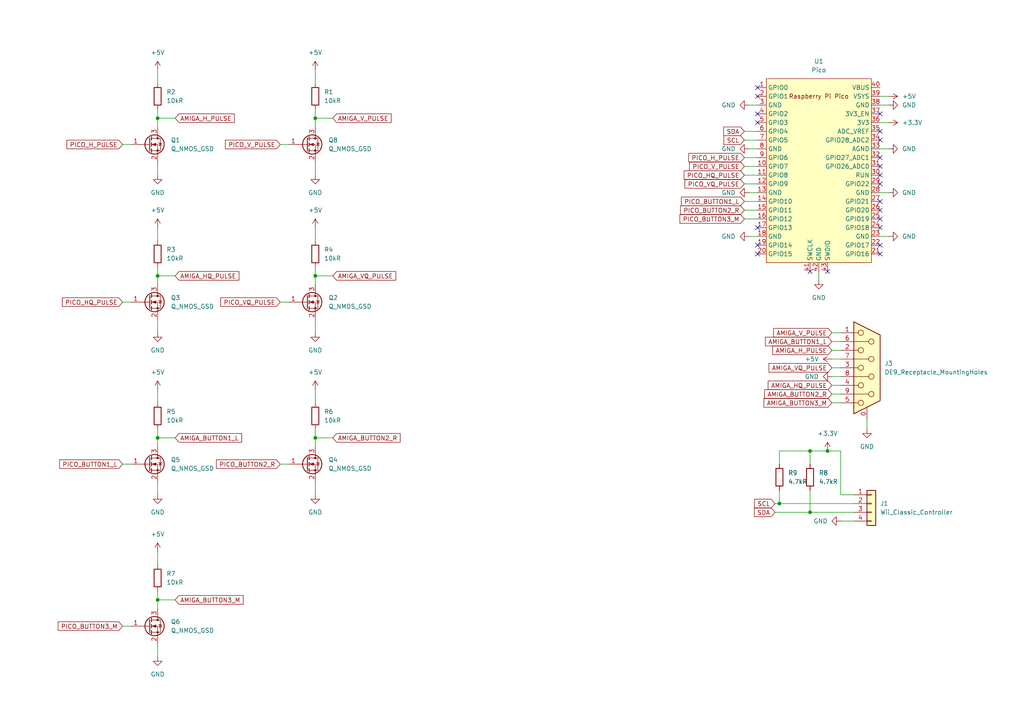
<source format=kicad_sch>
(kicad_sch (version 20230121) (generator eeschema)
  (paper "A4")
  (lib_symbols
    (symbol "Connector:DE9_Receptacle_MountingHoles" (pin_names (offset 1.016) hide)
      (property "Reference" "J" (at 0 16.51 0))
      (property "Value" "DE9_Receptacle_MountingHoles" (at 0 14.605 0))
      (symbol "DE9_Receptacle_MountingHoles_0_1"
        (circle (center -1.778 -10.16) (radius 0.762))
        (circle (center -1.778 -5.08) (radius 0.762))
        (circle (center -1.778 0) (radius 0.762))
        (circle (center -1.778 5.08) (radius 0.762))
        (circle (center -1.778 10.16) (radius 0.762))
        (polyline (pts (xy -3.81 -10.16) (xy -2.54 -10.16)))
        (polyline (pts (xy -3.81 -7.62) (xy 0.508 -7.62)))
        (polyline (pts (xy -3.81 -5.08) (xy -2.54 -5.08)))
        (polyline (pts (xy -3.81 -2.54) (xy 0.508 -2.54)))
        (polyline (pts (xy -3.81 0) (xy -2.54 0)))
        (polyline (pts (xy -3.81 2.54) (xy 0.508 2.54)))
        (polyline (pts (xy -3.81 5.08) (xy -2.54 5.08)))
        (polyline (pts (xy -3.81 7.62) (xy 0.508 7.62)))
        (polyline (pts (xy -3.81 10.16) (xy -2.54 10.16)))
        (polyline (pts (xy -3.81 13.335) (xy -3.81 -13.335) (xy 3.81 -9.525) (xy 3.81 9.525) (xy -3.81 13.335)) (stroke (width 0.254)) (fill (type background)))
        (circle (center 1.27 -7.62) (radius 0.762))
        (circle (center 1.27 -2.54) (radius 0.762))
        (circle (center 1.27 2.54) (radius 0.762))
        (circle (center 1.27 7.62) (radius 0.762))
      )
      (symbol "DE9_Receptacle_MountingHoles_1_1"
        (pin passive line (at 0 -15.24 90) (length 3.81) (name "PAD") (number "0"))
        (pin passive line (at -7.62 10.16 0) (length 3.81) (name "1") (number "1"))
        (pin passive line (at -7.62 5.08 0) (length 3.81) (name "2") (number "2"))
        (pin passive line (at -7.62 0 0) (length 3.81) (name "3") (number "3"))
        (pin passive line (at -7.62 -5.08 0) (length 3.81) (name "4") (number "4"))
        (pin passive line (at -7.62 -10.16 0) (length 3.81) (name "5") (number "5"))
        (pin passive line (at -7.62 7.62 0) (length 3.81) (name "6") (number "6"))
        (pin passive line (at -7.62 2.54 0) (length 3.81) (name "7") (number "7"))
        (pin passive line (at -7.62 -2.54 0) (length 3.81) (name "8") (number "8"))
        (pin passive line (at -7.62 -7.62 0) (length 3.81) (name "9") (number "9"))
      )
    )
    (symbol "Connector_Generic:Conn_01x04" (pin_names (offset 1.016) hide)
      (property "Reference" "J" (at 0 5.08 0))
      (property "Value" "Conn_01x04" (at 0 -7.62 0))
      (symbol "Conn_01x04_1_1"
        (rectangle (start -1.27 -4.953) (end 0 -5.207) (stroke (width 0.1524)))
        (rectangle (start -1.27 -2.413) (end 0 -2.667) (stroke (width 0.1524)))
        (rectangle (start -1.27 0.127) (end 0 -0.127) (stroke (width 0.1524)))
        (rectangle (start -1.27 2.667) (end 0 2.413) (stroke (width 0.1524)))
        (rectangle (start -1.27 3.81) (end 1.27 -6.35) (stroke (width 0.254)) (fill (type background)))
        (pin passive line (at -5.08 2.54 0) (length 3.81) (name "Pin_1") (number "1"))
        (pin passive line (at -5.08 0 0) (length 3.81) (name "Pin_2") (number "2"))
        (pin passive line (at -5.08 -2.54 0) (length 3.81) (name "Pin_3") (number "3"))
        (pin passive line (at -5.08 -5.08 0) (length 3.81) (name "Pin_4") (number "4"))
      )
    )
    (symbol "Device:Q_NMOS_GSD" (pin_names (offset 0) hide)
      (property "Reference" "Q" (at 5.08 1.27 0))
      (property "Value" "Q_NMOS_GSD" (at 5.08 -1.27 0))
      (symbol "Q_NMOS_GSD_0_1"
        (polyline (pts (xy 0.254 0) (xy -2.54 0)))
        (polyline (pts (xy 0.254 1.905) (xy 0.254 -1.905)) (stroke (width 0.254)))
        (polyline (pts (xy 0.762 -1.27) (xy 0.762 -2.286)) (stroke (width 0.254)))
        (polyline (pts (xy 0.762 0.508) (xy 0.762 -0.508)) (stroke (width 0.254)))
        (polyline (pts (xy 0.762 2.286) (xy 0.762 1.27)) (stroke (width 0.254)))
        (polyline (pts (xy 2.54 2.54) (xy 2.54 1.778)))
        (polyline (pts (xy 2.54 -2.54) (xy 2.54 0) (xy 0.762 0)))
        (polyline (pts (xy 0.762 -1.778) (xy 3.302 -1.778) (xy 3.302 1.778) (xy 0.762 1.778)))
        (polyline (pts (xy 1.016 0) (xy 2.032 0.381) (xy 2.032 -0.381) (xy 1.016 0)) (fill (type outline)))
        (polyline (pts (xy 2.794 0.508) (xy 2.921 0.381) (xy 3.683 0.381) (xy 3.81 0.254)))
        (polyline (pts (xy 3.302 0.381) (xy 2.921 -0.254) (xy 3.683 -0.254) (xy 3.302 0.381)))
        (circle (center 1.651 0) (radius 2.794) (stroke (width 0.254)))
        (circle (center 2.54 -1.778) (radius 0.254) (fill (type outline)))
        (circle (center 2.54 1.778) (radius 0.254) (fill (type outline)))
      )
      (symbol "Q_NMOS_GSD_1_1"
        (pin input line (at -5.08 0 0) (length 2.54) (name "G") (number "1"))
        (pin passive line (at 2.54 -5.08 90) (length 2.54) (name "S") (number "2"))
        (pin passive line (at 2.54 5.08 270) (length 2.54) (name "D") (number "3"))
      )
    )
    (symbol "Device:R" (pin_numbers hide) (pin_names (offset 0))
      (property "Reference" "R" (at 2.032 0 90))
      (property "Value" "R" (at 0 0 90))
      (symbol "R_0_1"
        (rectangle (start -1.016 -2.54) (end 1.016 2.54) (stroke (width 0.254)))
      )
      (symbol "R_1_1"
        (pin passive line (at 0 3.81 270) (length 1.27) (name "~") (number "1"))
        (pin passive line (at 0 -3.81 90) (length 1.27) (name "~") (number "2"))
      )
    )
    (symbol "MCU_RaspberryPi_and_Boards:Pico"
      (property "Reference" "U" (at -13.97 27.94 0))
      (property "Value" "Pico" (at 0 19.05 0))
      (symbol "Pico_0_0"
        (text "Raspberry Pi Pico" (at 0 21.59 0) (effects (font (size 1.27 1.27))))
      )
      (symbol "Pico_0_1"
        (rectangle (start -15.24 26.67) (end 15.24 -26.67) (fill (type background)))
      )
      (symbol "Pico_1_1"
        (pin bidirectional line (at -17.78 24.13 0) (length 2.54) (name "GPIO0") (number "1"))
        (pin bidirectional line (at -17.78 1.27 0) (length 2.54) (name "GPIO7") (number "10"))
        (pin bidirectional line (at -17.78 -1.27 0) (length 2.54) (name "GPIO8") (number "11"))
        (pin bidirectional line (at -17.78 -3.81 0) (length 2.54) (name "GPIO9") (number "12"))
        (pin power_in line (at -17.78 -6.35 0) (length 2.54) (name "GND") (number "13"))
        (pin bidirectional line (at -17.78 -8.89 0) (length 2.54) (name "GPIO10") (number "14"))
        (pin bidirectional line (at -17.78 -11.43 0) (length 2.54) (name "GPIO11") (number "15"))
        (pin bidirectional line (at -17.78 -13.97 0) (length 2.54) (name "GPIO12") (number "16"))
        (pin bidirectional line (at -17.78 -16.51 0) (length 2.54) (name "GPIO13") (number "17"))
        (pin power_in line (at -17.78 -19.05 0) (length 2.54) (name "GND") (number "18"))
        (pin bidirectional line (at -17.78 -21.59 0) (length 2.54) (name "GPIO14") (number "19"))
        (pin bidirectional line (at -17.78 21.59 0) (length 2.54) (name "GPIO1") (number "2"))
        (pin bidirectional line (at -17.78 -24.13 0) (length 2.54) (name "GPIO15") (number "20"))
        (pin bidirectional line (at 17.78 -24.13 180) (length 2.54) (name "GPIO16") (number "21"))
        (pin bidirectional line (at 17.78 -21.59 180) (length 2.54) (name "GPIO17") (number "22"))
        (pin power_in line (at 17.78 -19.05 180) (length 2.54) (name "GND") (number "23"))
        (pin bidirectional line (at 17.78 -16.51 180) (length 2.54) (name "GPIO18") (number "24"))
        (pin bidirectional line (at 17.78 -13.97 180) (length 2.54) (name "GPIO19") (number "25"))
        (pin bidirectional line (at 17.78 -11.43 180) (length 2.54) (name "GPIO20") (number "26"))
        (pin bidirectional line (at 17.78 -8.89 180) (length 2.54) (name "GPIO21") (number "27"))
        (pin power_in line (at 17.78 -6.35 180) (length 2.54) (name "GND") (number "28"))
        (pin bidirectional line (at 17.78 -3.81 180) (length 2.54) (name "GPIO22") (number "29"))
        (pin power_in line (at -17.78 19.05 0) (length 2.54) (name "GND") (number "3"))
        (pin input line (at 17.78 -1.27 180) (length 2.54) (name "RUN") (number "30"))
        (pin bidirectional line (at 17.78 1.27 180) (length 2.54) (name "GPIO26_ADC0") (number "31"))
        (pin bidirectional line (at 17.78 3.81 180) (length 2.54) (name "GPIO27_ADC1") (number "32"))
        (pin power_in line (at 17.78 6.35 180) (length 2.54) (name "AGND") (number "33"))
        (pin bidirectional line (at 17.78 8.89 180) (length 2.54) (name "GPIO28_ADC2") (number "34"))
        (pin power_in line (at 17.78 11.43 180) (length 2.54) (name "ADC_VREF") (number "35"))
        (pin power_in line (at 17.78 13.97 180) (length 2.54) (name "3V3") (number "36"))
        (pin input line (at 17.78 16.51 180) (length 2.54) (name "3V3_EN") (number "37"))
        (pin bidirectional line (at 17.78 19.05 180) (length 2.54) (name "GND") (number "38"))
        (pin power_in line (at 17.78 21.59 180) (length 2.54) (name "VSYS") (number "39"))
        (pin bidirectional line (at -17.78 16.51 0) (length 2.54) (name "GPIO2") (number "4"))
        (pin power_in line (at 17.78 24.13 180) (length 2.54) (name "VBUS") (number "40"))
        (pin input line (at -2.54 -29.21 90) (length 2.54) (name "SWCLK") (number "41"))
        (pin power_in line (at 0 -29.21 90) (length 2.54) (name "GND") (number "42"))
        (pin bidirectional line (at 2.54 -29.21 90) (length 2.54) (name "SWDIO") (number "43"))
        (pin bidirectional line (at -17.78 13.97 0) (length 2.54) (name "GPIO3") (number "5"))
        (pin bidirectional line (at -17.78 11.43 0) (length 2.54) (name "GPIO4") (number "6"))
        (pin bidirectional line (at -17.78 8.89 0) (length 2.54) (name "GPIO5") (number "7"))
        (pin power_in line (at -17.78 6.35 0) (length 2.54) (name "GND") (number "8"))
        (pin bidirectional line (at -17.78 3.81 0) (length 2.54) (name "GPIO6") (number "9"))
      )
    )
    (symbol "power:+3.3V" (power) (pin_names (offset 0))
      (property "Value" "+3.3V" (at 0 3.556 0))
      (symbol "+3.3V_0_1"
        (polyline (pts (xy -0.762 1.27) (xy 0 2.54)))
        (polyline (pts (xy 0 0) (xy 0 2.54)))
        (polyline (pts (xy 0 2.54) (xy 0.762 1.27)))
      )
      (symbol "+3.3V_1_1"
        (pin power_in line (at 0 0 90) (length 0) hide (name "+3.3V") (number "1"))
      )
    )
    (symbol "power:+5V" (power) (pin_names (offset 0))
      (property "Value" "+5V" (at 0 3.556 0))
      (symbol "+5V_0_1"
        (polyline (pts (xy -0.762 1.27) (xy 0 2.54)))
        (polyline (pts (xy 0 0) (xy 0 2.54)))
        (polyline (pts (xy 0 2.54) (xy 0.762 1.27)))
      )
      (symbol "+5V_1_1"
        (pin power_in line (at 0 0 90) (length 0) hide (name "+5V") (number "1"))
      )
    )
    (symbol "power:GND" (power) (pin_names (offset 0))
      (property "Value" "GND" (at 0 -3.81 0))
      (symbol "GND_0_1"
        (polyline (pts (xy 0 0) (xy 0 -1.27) (xy 1.27 -1.27) (xy 0 -2.54) (xy -1.27 -1.27) (xy 0 -1.27)))
      )
      (symbol "GND_1_1"
        (pin power_in line (at 0 0 270) (length 0) hide (name "GND") (number "1"))
      )
    )
  )
  (junction (at 45.72 80.01))
  (junction (at 91.44 34.29))
  (junction (at 45.72 34.29))
  (junction (at 240.03 130.81))
  (junction (at 45.72 173.99))
  (junction (at 45.72 127))
  (junction (at 91.44 127))
  (junction (at 234.95 148.59))
  (junction (at 91.44 80.01))
  (junction (at 226.06 146.05))
  (junction (at 234.95 130.81))
  (no_connect (at 219.71 71.12))
  (no_connect (at 234.95 78.74))
  (no_connect (at 255.27 48.26))
  (no_connect (at 255.27 45.72))
  (no_connect (at 255.27 73.66))
  (no_connect (at 219.71 73.66))
  (no_connect (at 255.27 66.04))
  (no_connect (at 255.27 58.42))
  (no_connect (at 255.27 53.34))
  (no_connect (at 219.71 27.94))
  (no_connect (at 255.27 38.1))
  (no_connect (at 219.71 35.56))
  (no_connect (at 219.71 66.04))
  (no_connect (at 219.71 33.02))
  (no_connect (at 255.27 60.96))
  (no_connect (at 255.27 63.5))
  (no_connect (at 255.27 33.02))
  (no_connect (at 255.27 40.64))
  (no_connect (at 240.03 78.74))
  (no_connect (at 255.27 71.12))
  (no_connect (at 219.71 25.4))
  (no_connect (at 255.27 50.8))
  (wire (pts (xy 215.9 40.64) (xy 219.71 40.64)))
  (wire (pts (xy 215.9 50.8) (xy 219.71 50.8)))
  (wire (pts (xy 243.84 151.13) (xy 247.65 151.13)))
  (wire (pts (xy 241.3 111.76) (xy 243.84 111.76)))
  (wire (pts (xy 251.46 121.92) (xy 251.46 124.46)))
  (wire (pts (xy 255.27 27.94) (xy 257.81 27.94)))
  (wire (pts (xy 91.44 124.46) (xy 91.44 127)))
  (wire (pts (xy 240.03 130.81) (xy 243.84 130.81)))
  (wire (pts (xy 45.72 173.99) (xy 45.72 176.53)))
  (wire (pts (xy 215.9 63.5) (xy 219.71 63.5)))
  (wire (pts (xy 81.28 134.62) (xy 83.82 134.62)))
  (wire (pts (xy 215.9 48.26) (xy 219.71 48.26)))
  (wire (pts (xy 241.3 96.52) (xy 243.84 96.52)))
  (wire (pts (xy 91.44 127) (xy 96.52 127)))
  (wire (pts (xy 234.95 142.24) (xy 234.95 148.59)))
  (wire (pts (xy 243.84 143.51) (xy 247.65 143.51)))
  (wire (pts (xy 243.84 130.81) (xy 243.84 143.51)))
  (wire (pts (xy 234.95 130.81) (xy 234.95 134.62)))
  (wire (pts (xy 45.72 46.99) (xy 45.72 50.8)))
  (wire (pts (xy 234.95 130.81) (xy 226.06 130.81)))
  (wire (pts (xy 241.3 104.14) (xy 243.84 104.14)))
  (wire (pts (xy 91.44 34.29) (xy 96.52 34.29)))
  (wire (pts (xy 35.56 134.62) (xy 38.1 134.62)))
  (wire (pts (xy 35.56 41.91) (xy 38.1 41.91)))
  (wire (pts (xy 241.3 116.84) (xy 243.84 116.84)))
  (wire (pts (xy 81.28 87.63) (xy 83.82 87.63)))
  (wire (pts (xy 45.72 171.45) (xy 45.72 173.99)))
  (wire (pts (xy 45.72 186.69) (xy 45.72 190.5)))
  (wire (pts (xy 45.72 127) (xy 45.72 129.54)))
  (wire (pts (xy 226.06 130.81) (xy 226.06 134.62)))
  (wire (pts (xy 45.72 113.03) (xy 45.72 116.84)))
  (wire (pts (xy 91.44 66.04) (xy 91.44 69.85)))
  (wire (pts (xy 91.44 80.01) (xy 96.52 80.01)))
  (wire (pts (xy 45.72 66.04) (xy 45.72 69.85)))
  (wire (pts (xy 215.9 60.96) (xy 219.71 60.96)))
  (wire (pts (xy 255.27 68.58) (xy 257.81 68.58)))
  (wire (pts (xy 215.9 58.42) (xy 219.71 58.42)))
  (wire (pts (xy 215.9 38.1) (xy 219.71 38.1)))
  (wire (pts (xy 45.72 80.01) (xy 50.8 80.01)))
  (wire (pts (xy 226.06 146.05) (xy 247.65 146.05)))
  (wire (pts (xy 217.17 68.58) (xy 219.71 68.58)))
  (wire (pts (xy 45.72 34.29) (xy 45.72 36.83)))
  (wire (pts (xy 45.72 20.32) (xy 45.72 24.13)))
  (wire (pts (xy 45.72 173.99) (xy 50.8 173.99)))
  (wire (pts (xy 241.3 106.68) (xy 243.84 106.68)))
  (wire (pts (xy 91.44 139.7) (xy 91.44 143.51)))
  (wire (pts (xy 241.3 101.6) (xy 243.84 101.6)))
  (wire (pts (xy 45.72 31.75) (xy 45.72 34.29)))
  (wire (pts (xy 255.27 43.18) (xy 257.81 43.18)))
  (wire (pts (xy 91.44 127) (xy 91.44 129.54)))
  (wire (pts (xy 91.44 77.47) (xy 91.44 80.01)))
  (wire (pts (xy 224.79 146.05) (xy 226.06 146.05)))
  (wire (pts (xy 224.79 148.59) (xy 234.95 148.59)))
  (wire (pts (xy 91.44 92.71) (xy 91.44 96.52)))
  (wire (pts (xy 255.27 35.56) (xy 257.81 35.56)))
  (wire (pts (xy 217.17 30.48) (xy 219.71 30.48)))
  (wire (pts (xy 45.72 124.46) (xy 45.72 127)))
  (wire (pts (xy 226.06 142.24) (xy 226.06 146.05)))
  (wire (pts (xy 234.95 148.59) (xy 247.65 148.59)))
  (wire (pts (xy 91.44 46.99) (xy 91.44 50.8)))
  (wire (pts (xy 255.27 30.48) (xy 257.81 30.48)))
  (wire (pts (xy 91.44 20.32) (xy 91.44 24.13)))
  (wire (pts (xy 35.56 181.61) (xy 38.1 181.61)))
  (wire (pts (xy 215.9 45.72) (xy 219.71 45.72)))
  (wire (pts (xy 241.3 109.22) (xy 243.84 109.22)))
  (wire (pts (xy 241.3 114.3) (xy 243.84 114.3)))
  (wire (pts (xy 91.44 31.75) (xy 91.44 34.29)))
  (wire (pts (xy 91.44 113.03) (xy 91.44 116.84)))
  (wire (pts (xy 91.44 80.01) (xy 91.44 82.55)))
  (wire (pts (xy 217.17 55.88) (xy 219.71 55.88)))
  (wire (pts (xy 45.72 160.02) (xy 45.72 163.83)))
  (wire (pts (xy 45.72 127) (xy 50.8 127)))
  (wire (pts (xy 217.17 43.18) (xy 219.71 43.18)))
  (wire (pts (xy 240.03 130.81) (xy 234.95 130.81)))
  (wire (pts (xy 81.28 41.91) (xy 83.82 41.91)))
  (wire (pts (xy 237.49 78.74) (xy 237.49 81.28)))
  (wire (pts (xy 45.72 34.29) (xy 50.8 34.29)))
  (wire (pts (xy 45.72 80.01) (xy 45.72 82.55)))
  (wire (pts (xy 45.72 92.71) (xy 45.72 96.52)))
  (wire (pts (xy 91.44 34.29) (xy 91.44 36.83)))
  (wire (pts (xy 45.72 77.47) (xy 45.72 80.01)))
  (wire (pts (xy 45.72 139.7) (xy 45.72 143.51)))
  (wire (pts (xy 215.9 53.34) (xy 219.71 53.34)))
  (wire (pts (xy 255.27 55.88) (xy 257.81 55.88)))
  (wire (pts (xy 241.3 99.06) (xy 243.84 99.06)))
  (wire (pts (xy 35.56 87.63) (xy 38.1 87.63)))
  (global_label "SCL" (shape input) (at 224.79 146.05 180) (property "Intersheetrefs" "${INTERSHEET_REFS}" (effects hide)))
  (global_label "AMIGA_BUTTON3_M" (shape input) (at 241.3 116.84 180) (property "Intersheetrefs" "${INTERSHEET_REFS}" (effects hide)))
  (global_label "SDA" (shape input) (at 224.79 148.59 180) (property "Intersheetrefs" "${INTERSHEET_REFS}" (effects hide)))
  (global_label "AMIGA_BUTTON1_L" (shape input) (at 241.3 99.06 180) (property "Intersheetrefs" "${INTERSHEET_REFS}" (effects hide)))
  (global_label "PICO_V_PULSE" (shape input) (at 81.28 41.91 180) (property "Intersheetrefs" "${INTERSHEET_REFS}" (effects hide)))
  (global_label "AMIGA_H_PULSE" (shape input) (at 50.8 34.29 0) (property "Intersheetrefs" "${INTERSHEET_REFS}" (effects hide)))
  (global_label "SDA" (shape input) (at 215.9 38.1 180) (property "Intersheetrefs" "${INTERSHEET_REFS}" (effects hide)))
  (global_label "PICO_BUTTON3_M" (shape input) (at 35.56 181.61 180) (property "Intersheetrefs" "${INTERSHEET_REFS}" (effects hide)))
  (global_label "AMIGA_BUTTON2_R" (shape input) (at 96.52 127 0) (property "Intersheetrefs" "${INTERSHEET_REFS}" (effects hide)))
  (global_label "AMIGA_H_PULSE" (shape input) (at 241.3 101.6 180) (property "Intersheetrefs" "${INTERSHEET_REFS}" (effects hide)))
  (global_label "AMIGA_BUTTON2_R" (shape input) (at 241.3 114.3 180) (property "Intersheetrefs" "${INTERSHEET_REFS}" (effects hide)))
  (global_label "SCL" (shape input) (at 215.9 40.64 180) (property "Intersheetrefs" "${INTERSHEET_REFS}" (effects hide)))
  (global_label "PICO_H_PULSE" (shape input) (at 215.9 45.72 180) (property "Intersheetrefs" "${INTERSHEET_REFS}" (effects hide)))
  (global_label "PICO_VQ_PULSE" (shape input) (at 215.9 53.34 180) (property "Intersheetrefs" "${INTERSHEET_REFS}" (effects hide)))
  (global_label "AMIGA_VQ_PULSE" (shape input) (at 96.52 80.01 0) (property "Intersheetrefs" "${INTERSHEET_REFS}" (effects hide)))
  (global_label "AMIGA_V_PULSE" (shape input) (at 96.52 34.29 0) (property "Intersheetrefs" "${INTERSHEET_REFS}" (effects hide)))
  (global_label "PICO_HQ_PULSE" (shape input) (at 215.9 50.8 180) (property "Intersheetrefs" "${INTERSHEET_REFS}" (effects hide)))
  (global_label "AMIGA_BUTTON1_L" (shape input) (at 50.8 127 0) (property "Intersheetrefs" "${INTERSHEET_REFS}" (effects hide)))
  (global_label "AMIGA_HQ_PULSE" (shape input) (at 50.8 80.01 0) (property "Intersheetrefs" "${INTERSHEET_REFS}" (effects hide)))
  (global_label "AMIGA_HQ_PULSE" (shape input) (at 241.3 111.76 180) (property "Intersheetrefs" "${INTERSHEET_REFS}" (effects hide)))
  (global_label "PICO_V_PULSE" (shape input) (at 215.9 48.26 180) (property "Intersheetrefs" "${INTERSHEET_REFS}" (effects hide)))
  (global_label "PICO_BUTTON1_L" (shape input) (at 35.56 134.62 180) (property "Intersheetrefs" "${INTERSHEET_REFS}" (effects hide)))
  (global_label "PICO_BUTTON2_R" (shape input) (at 215.9 60.96 180) (property "Intersheetrefs" "${INTERSHEET_REFS}" (effects hide)))
  (global_label "PICO_HQ_PULSE" (shape input) (at 35.56 87.63 180) (property "Intersheetrefs" "${INTERSHEET_REFS}" (effects hide)))
  (global_label "PICO_H_PULSE" (shape input) (at 35.56 41.91 180) (property "Intersheetrefs" "${INTERSHEET_REFS}" (effects hide)))
  (global_label "PICO_VQ_PULSE" (shape input) (at 81.28 87.63 180) (property "Intersheetrefs" "${INTERSHEET_REFS}" (effects hide)))
  (global_label "AMIGA_VQ_PULSE" (shape input) (at 241.3 106.68 180) (property "Intersheetrefs" "${INTERSHEET_REFS}" (effects hide)))
  (global_label "PICO_BUTTON2_R" (shape input) (at 81.28 134.62 180) (property "Intersheetrefs" "${INTERSHEET_REFS}" (effects hide)))
  (global_label "PICO_BUTTON3_M" (shape input) (at 215.9 63.5 180) (property "Intersheetrefs" "${INTERSHEET_REFS}" (effects hide)))
  (global_label "PICO_BUTTON1_L" (shape input) (at 215.9 58.42 180) (property "Intersheetrefs" "${INTERSHEET_REFS}" (effects hide)))
  (global_label "AMIGA_V_PULSE" (shape input) (at 241.3 96.52 180) (property "Intersheetrefs" "${INTERSHEET_REFS}" (effects hide)))
  (global_label "AMIGA_BUTTON3_M" (shape input) (at 50.8 173.99 0) (property "Intersheetrefs" "${INTERSHEET_REFS}" (effects hide)))
  (symbol (lib_id "Device:R") (at 226.06 138.43 0) (unit 1)
    (property "Reference" "R9" (at 228.6 137.16 0) (effects (justify left)))
    (property "Value" "4.7kR" (at 228.6 139.7 0) (effects (justify left)))
    (property "Footprint" "Resistor_SMD:R_0805_2012Metric_Pad1.20x1.40mm_HandSolder" (effects hide))
  )
  (symbol (lib_id "Device:Q_NMOS_GSD") (at 43.18 41.91 0) (unit 1)
    (property "Reference" "Q1" (at 49.53 40.64 0) (effects (justify left)))
    (property "Value" "Q_NMOS_GSD" (at 49.53 43.18 0) (effects (justify left)))
    (property "Footprint" "Package_TO_SOT_SMD:SOT-23_Handsoldering" (effects hide))
  )
  (symbol (lib_id "Connector:DE9_Receptacle_MountingHoles") (at 251.46 106.68 0) (unit 1)
    (property "Reference" "J3" (at 256.54 105.41 0) (effects (justify left)))
    (property "Value" "DE9_Receptacle_MountingHoles" (at 256.54 107.95 0) (effects (justify left)))
    (property "Footprint" "Connector_Dsub:DSUB-9_Female_Horizontal_P2.77x2.84mm_EdgePinOffset7.70mm_Housed_MountingHolesOffset9.12mm" (effects hide))
    (property "Datasheet" " ~" (effects hide))
  )
  (symbol (lib_id "power:GND") (at 217.17 55.88 270) (unit 1)
    (property "Reference" "#PWR010" (effects hide))
    (property "Value" "GND" (at 213.36 55.88 90) (effects (justify right)))
  )
  (symbol (lib_id "power:GND") (at 91.44 143.51 0) (unit 1)
    (property "Reference" "#PWR024" (effects hide))
    (property "Value" "GND" (at 91.44 148.59 0))
  )
  (symbol (lib_id "Device:R") (at 45.72 27.94 0) (unit 1)
    (property "Reference" "R2" (at 48.26 26.67 0) (effects (justify left)))
    (property "Value" "10kR" (at 48.26 29.21 0) (effects (justify left)))
    (property "Footprint" "Resistor_SMD:R_0805_2012Metric_Pad1.20x1.40mm_HandSolder" (effects hide))
  )
  (symbol (lib_id "power:GND") (at 91.44 50.8 0) (unit 1)
    (property "Reference" "#PWR03" (effects hide))
    (property "Value" "GND" (at 91.44 55.88 0))
  )
  (symbol (lib_id "power:GND") (at 251.46 124.46 0) (unit 1)
    (property "Reference" "#PWR030" (effects hide))
    (property "Value" "GND" (at 251.46 129.54 0))
  )
  (symbol (lib_id "Device:R") (at 45.72 120.65 0) (unit 1)
    (property "Reference" "R5" (at 48.26 119.38 0) (effects (justify left)))
    (property "Value" "10kR" (at 48.26 121.92 0) (effects (justify left)))
    (property "Footprint" "Resistor_SMD:R_0805_2012Metric_Pad1.20x1.40mm_HandSolder" (effects hide))
  )
  (symbol (lib_id "power:+5V") (at 257.81 27.94 270) (unit 1)
    (property "Reference" "#PWR04" (effects hide))
    (property "Value" "+5V" (at 261.62 27.94 90) (effects (justify left)))
  )
  (symbol (lib_id "power:+5V") (at 91.44 113.03 0) (unit 1)
    (property "Reference" "#PWR023" (effects hide))
    (property "Value" "+5V" (at 91.44 107.95 0))
  )
  (symbol (lib_id "power:+5V") (at 91.44 20.32 0) (unit 1)
    (property "Reference" "#PWR01" (effects hide))
    (property "Value" "+5V" (at 91.44 15.24 0))
  )
  (symbol (lib_id "Device:R") (at 45.72 73.66 0) (unit 1)
    (property "Reference" "R3" (at 48.26 72.39 0) (effects (justify left)))
    (property "Value" "10kR" (at 48.26 74.93 0) (effects (justify left)))
    (property "Footprint" "Resistor_SMD:R_0805_2012Metric_Pad1.20x1.40mm_HandSolder" (effects hide))
  )
  (symbol (lib_id "power:GND") (at 45.72 50.8 0) (unit 1)
    (property "Reference" "#PWR08" (effects hide))
    (property "Value" "GND" (at 45.72 55.88 0))
  )
  (symbol (lib_id "Connector_Generic:Conn_01x04") (at 252.73 146.05 0) (unit 1)
    (property "Reference" "J1" (at 255.27 146.05 0) (effects (justify left)))
    (property "Value" "Wii_Classic_Controller" (at 255.27 148.59 0) (effects (justify left)))
    (property "Footprint" "Connector_Molex:Molex_KK-254_AE-6410-04A_1x04_P2.54mm_Vertical" (effects hide))
  )
  (symbol (lib_id "power:GND") (at 241.3 109.22 270) (unit 1)
    (property "Reference" "#PWR05" (effects hide))
    (property "Value" "GND" (at 237.49 109.22 90) (effects (justify right)))
  )
  (symbol (lib_id "Device:Q_NMOS_GSD") (at 43.18 87.63 0) (unit 1)
    (property "Reference" "Q3" (at 49.53 86.36 0) (effects (justify left)))
    (property "Value" "Q_NMOS_GSD" (at 49.53 88.9 0) (effects (justify left)))
    (property "Footprint" "Package_TO_SOT_SMD:SOT-23_Handsoldering" (effects hide))
  )
  (symbol (lib_id "power:GND") (at 257.81 30.48 90) (unit 1)
    (property "Reference" "#PWR09" (effects hide))
    (property "Value" "GND" (at 261.62 30.48 90) (effects (justify right)))
  )
  (symbol (lib_id "MCU_RaspberryPi_and_Boards:Pico") (at 237.49 49.53 0) (unit 1)
    (property "Reference" "U1" (at 237.49 17.78 0))
    (property "Value" "Pico" (at 237.49 20.32 0))
    (property "Footprint" "MCU_RaspberryPi_and_Boards:RPi_Pico_SMD_TH" (effects hide))
  )
  (symbol (lib_id "power:GND") (at 45.72 143.51 0) (unit 1)
    (property "Reference" "#PWR022" (effects hide))
    (property "Value" "GND" (at 45.72 148.59 0))
  )
  (symbol (lib_id "power:+5V") (at 241.3 104.14 90) (unit 1)
    (property "Reference" "#PWR06" (effects hide))
    (property "Value" "+5V" (at 237.49 104.14 90) (effects (justify left)))
  )
  (symbol (lib_id "Device:Q_NMOS_GSD") (at 43.18 134.62 0) (unit 1)
    (property "Reference" "Q5" (at 49.53 133.35 0) (effects (justify left)))
    (property "Value" "Q_NMOS_GSD" (at 49.53 135.89 0) (effects (justify left)))
    (property "Footprint" "Package_TO_SOT_SMD:SOT-23_Handsoldering" (effects hide))
  )
  (symbol (lib_id "power:GND") (at 217.17 43.18 270) (unit 1)
    (property "Reference" "#PWR011" (effects hide))
    (property "Value" "GND" (at 213.36 43.18 90) (effects (justify right)))
  )
  (symbol (lib_id "power:GND") (at 257.81 43.18 90) (unit 1)
    (property "Reference" "#PWR016" (effects hide))
    (property "Value" "GND" (at 261.62 43.18 90) (effects (justify right)))
  )
  (symbol (lib_id "Device:Q_NMOS_GSD") (at 88.9 41.91 0) (unit 1)
    (property "Reference" "Q8" (at 95.25 40.64 0) (effects (justify left)))
    (property "Value" "Q_NMOS_GSD" (at 95.25 43.18 0) (effects (justify left)))
    (property "Footprint" "Package_TO_SOT_SMD:SOT-23_Handsoldering" (effects hide))
  )
  (symbol (lib_id "power:+3.3V") (at 257.81 35.56 270) (unit 1)
    (property "Reference" "#PWR02" (effects hide))
    (property "Value" "+3.3V" (at 261.62 35.56 90) (effects (justify left)))
  )
  (symbol (lib_id "power:+5V") (at 45.72 20.32 0) (unit 1)
    (property "Reference" "#PWR07" (effects hide))
    (property "Value" "+5V" (at 45.72 15.24 0))
  )
  (symbol (lib_id "power:+5V") (at 45.72 66.04 0) (unit 1)
    (property "Reference" "#PWR017" (effects hide))
    (property "Value" "+5V" (at 45.72 60.96 0))
  )
  (symbol (lib_id "power:+5V") (at 45.72 113.03 0) (unit 1)
    (property "Reference" "#PWR021" (effects hide))
    (property "Value" "+5V" (at 45.72 107.95 0))
  )
  (symbol (lib_id "Device:R") (at 45.72 167.64 0) (unit 1)
    (property "Reference" "R7" (at 48.26 166.37 0) (effects (justify left)))
    (property "Value" "10kR" (at 48.26 168.91 0) (effects (justify left)))
    (property "Footprint" "Resistor_SMD:R_0805_2012Metric_Pad1.20x1.40mm_HandSolder" (effects hide))
  )
  (symbol (lib_id "power:GND") (at 45.72 96.52 0) (unit 1)
    (property "Reference" "#PWR018" (effects hide))
    (property "Value" "GND" (at 45.72 101.6 0))
  )
  (symbol (lib_id "Device:R") (at 91.44 73.66 0) (unit 1)
    (property "Reference" "R4" (at 93.98 72.39 0) (effects (justify left)))
    (property "Value" "10kR" (at 93.98 74.93 0) (effects (justify left)))
    (property "Footprint" "Resistor_SMD:R_0805_2012Metric_Pad1.20x1.40mm_HandSolder" (effects hide))
  )
  (symbol (lib_id "power:GND") (at 257.81 55.88 90) (unit 1)
    (property "Reference" "#PWR015" (effects hide))
    (property "Value" "GND" (at 261.62 55.88 90) (effects (justify right)))
  )
  (symbol (lib_id "power:+5V") (at 91.44 66.04 0) (unit 1)
    (property "Reference" "#PWR019" (effects hide))
    (property "Value" "+5V" (at 91.44 60.96 0))
  )
  (symbol (lib_id "power:GND") (at 45.72 190.5 0) (unit 1)
    (property "Reference" "#PWR026" (effects hide))
    (property "Value" "GND" (at 45.72 195.58 0))
  )
  (symbol (lib_id "power:+3.3V") (at 240.03 130.81 0) (unit 1)
    (property "Reference" "#PWR027" (effects hide))
    (property "Value" "+3.3V" (at 240.03 125.73 0))
  )
  (symbol (lib_id "Device:R") (at 234.95 138.43 0) (unit 1)
    (property "Reference" "R8" (at 237.49 137.16 0) (effects (justify left)))
    (property "Value" "4.7kR" (at 237.49 139.7 0) (effects (justify left)))
    (property "Footprint" "Resistor_SMD:R_0805_2012Metric_Pad1.20x1.40mm_HandSolder" (effects hide))
  )
  (symbol (lib_id "power:GND") (at 257.81 68.58 90) (unit 1)
    (property "Reference" "#PWR014" (effects hide))
    (property "Value" "GND" (at 261.62 68.58 90) (effects (justify right)))
  )
  (symbol (lib_id "Device:Q_NMOS_GSD") (at 88.9 134.62 0) (unit 1)
    (property "Reference" "Q4" (at 95.25 133.35 0) (effects (justify left)))
    (property "Value" "Q_NMOS_GSD" (at 95.25 135.89 0) (effects (justify left)))
    (property "Footprint" "Package_TO_SOT_SMD:SOT-23_Handsoldering" (effects hide))
  )
  (symbol (lib_id "power:GND") (at 237.49 81.28 0) (unit 1)
    (property "Reference" "#PWR029" (effects hide))
    (property "Value" "GND" (at 237.49 86.36 0))
  )
  (symbol (lib_id "Device:Q_NMOS_GSD") (at 43.18 181.61 0) (unit 1)
    (property "Reference" "Q6" (at 49.53 180.34 0) (effects (justify left)))
    (property "Value" "Q_NMOS_GSD" (at 49.53 182.88 0) (effects (justify left)))
    (property "Footprint" "Package_TO_SOT_SMD:SOT-23_Handsoldering" (effects hide))
  )
  (symbol (lib_id "power:+5V") (at 45.72 160.02 0) (unit 1)
    (property "Reference" "#PWR025" (effects hide))
    (property "Value" "+5V" (at 45.72 154.94 0))
  )
  (symbol (lib_id "power:GND") (at 217.17 30.48 270) (unit 1)
    (property "Reference" "#PWR012" (effects hide))
    (property "Value" "GND" (at 213.36 30.48 90) (effects (justify right)))
  )
  (symbol (lib_id "power:GND") (at 91.44 96.52 0) (unit 1)
    (property "Reference" "#PWR020" (effects hide))
    (property "Value" "GND" (at 91.44 101.6 0))
  )
  (symbol (lib_id "Device:R") (at 91.44 120.65 0) (unit 1)
    (property "Reference" "R6" (at 93.98 119.38 0) (effects (justify left)))
    (property "Value" "10kR" (at 93.98 121.92 0) (effects (justify left)))
    (property "Footprint" "Resistor_SMD:R_0805_2012Metric_Pad1.20x1.40mm_HandSolder" (effects hide))
  )
  (symbol (lib_id "power:GND") (at 243.84 151.13 270) (unit 1)
    (property "Reference" "#PWR028" (effects hide))
    (property "Value" "GND" (at 240.03 151.13 90) (effects (justify right)))
  )
  (symbol (lib_id "power:GND") (at 217.17 68.58 270) (unit 1)
    (property "Reference" "#PWR013" (effects hide))
    (property "Value" "GND" (at 213.36 68.58 90) (effects (justify right)))
  )
  (symbol (lib_id "Device:Q_NMOS_GSD") (at 88.9 87.63 0) (unit 1)
    (property "Reference" "Q2" (at 95.25 86.36 0) (effects (justify left)))
    (property "Value" "Q_NMOS_GSD" (at 95.25 88.9 0) (effects (justify left)))
    (property "Footprint" "Package_TO_SOT_SMD:SOT-23_Handsoldering" (effects hide))
  )
  (symbol (lib_id "Device:R") (at 91.44 27.94 0) (unit 1)
    (property "Reference" "R1" (at 93.98 26.67 0) (effects (justify left)))
    (property "Value" "10kR" (at 93.98 29.21 0) (effects (justify left)))
    (property "Footprint" "Resistor_SMD:R_0805_2012Metric_Pad1.20x1.40mm_HandSolder" (effects hide))
  )
)
</source>
